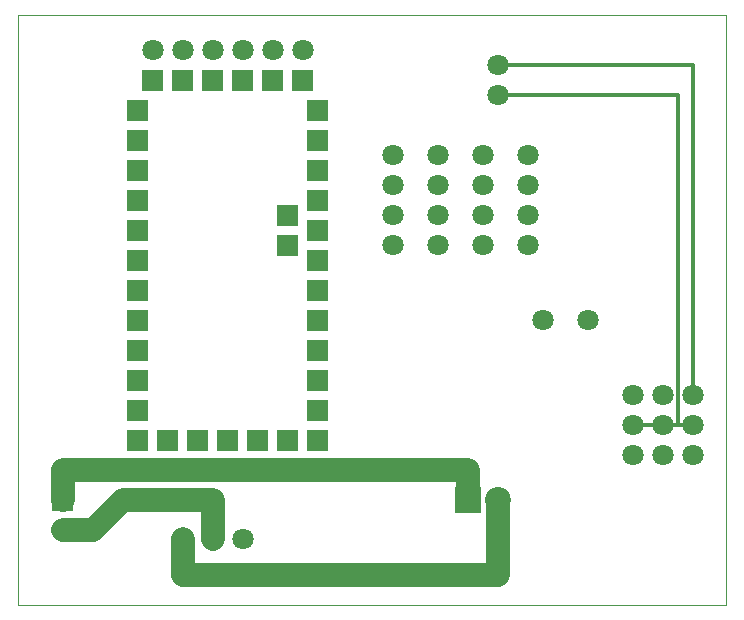
<source format=gbr>
%FSLAX34Y34*%
%MOMM*%
%LNCOPPER_TOP*%
G71*
G01*
%ADD10C, 0.00*%
%ADD11C, 1.80*%
%ADD12C, 2.00*%
%ADD13C, 0.30*%
%ADD14C, 2.20*%
%LPD*%
G54D10*
X0Y500000D02*
X600000Y500000D01*
X600000Y0D01*
X0Y0D01*
X0Y500000D01*
X114300Y469900D02*
G54D11*
D03*
X139700Y469900D02*
G54D11*
D03*
X165100Y469900D02*
G54D11*
D03*
X190500Y469900D02*
G54D11*
D03*
X215900Y469900D02*
G54D11*
D03*
X241300Y469900D02*
G54D11*
D03*
G54D12*
X38100Y88900D02*
X38100Y114300D01*
X381000Y114300D01*
X381000Y88900D01*
G54D12*
X38100Y63500D02*
X63500Y63500D01*
X88900Y88900D01*
X165100Y88900D01*
X165100Y55900D01*
G54D12*
X139700Y55900D02*
X139700Y25400D01*
X406400Y25400D01*
X406400Y88900D01*
G54D13*
X406400Y457200D02*
X571500Y457200D01*
X571500Y177800D01*
G54D13*
X406400Y431800D02*
X558800Y431800D01*
X558800Y152400D01*
X571500Y152400D01*
X406400Y457200D02*
G54D11*
D03*
X406400Y431800D02*
G54D11*
D03*
X406400Y457200D02*
G54D11*
D03*
X406400Y431800D02*
G54D11*
D03*
X571500Y177800D02*
G54D11*
D03*
X571500Y152400D02*
G54D11*
D03*
X38100Y88900D02*
G54D11*
D03*
X38100Y63500D02*
G54D11*
D03*
X139700Y55900D02*
G54D11*
D03*
X165100Y55900D02*
G54D11*
D03*
X190500Y55900D02*
G54D11*
D03*
X431800Y381000D02*
G54D11*
D03*
X431800Y355600D02*
G54D11*
D03*
X431800Y330200D02*
G54D11*
D03*
X431800Y304800D02*
G54D11*
D03*
X444500Y241300D02*
G54D11*
D03*
X482600Y241300D02*
G54D11*
D03*
X393700Y304800D02*
G54D11*
D03*
X393700Y330200D02*
G54D11*
D03*
X393700Y355600D02*
G54D11*
D03*
X393700Y381000D02*
G54D11*
D03*
X355600Y381000D02*
G54D11*
D03*
X355600Y355600D02*
G54D11*
D03*
X355600Y330200D02*
G54D11*
D03*
X355600Y304800D02*
G54D11*
D03*
X317500Y304800D02*
G54D11*
D03*
X317500Y330200D02*
G54D11*
D03*
X317500Y355600D02*
G54D11*
D03*
X317500Y381000D02*
G54D11*
D03*
G36*
X245000Y428100D02*
X263000Y428100D01*
X263000Y410100D01*
X245000Y410100D01*
X245000Y428100D01*
G37*
G36*
X245000Y402700D02*
X263000Y402700D01*
X263000Y384700D01*
X245000Y384700D01*
X245000Y402700D01*
G37*
G36*
X245000Y377300D02*
X263000Y377300D01*
X263000Y359300D01*
X245000Y359300D01*
X245000Y377300D01*
G37*
G36*
X245000Y351900D02*
X263000Y351900D01*
X263000Y333900D01*
X245000Y333900D01*
X245000Y351900D01*
G37*
G36*
X245000Y326500D02*
X263000Y326500D01*
X263000Y308500D01*
X245000Y308500D01*
X245000Y326500D01*
G37*
G36*
X219600Y339200D02*
X237600Y339200D01*
X237600Y321200D01*
X219600Y321200D01*
X219600Y339200D01*
G37*
G36*
X219600Y313800D02*
X237600Y313800D01*
X237600Y295800D01*
X219600Y295800D01*
X219600Y313800D01*
G37*
G36*
X245000Y301100D02*
X263000Y301100D01*
X263000Y283100D01*
X245000Y283100D01*
X245000Y301100D01*
G37*
G36*
X245000Y275700D02*
X263000Y275700D01*
X263000Y257700D01*
X245000Y257700D01*
X245000Y275700D01*
G37*
G36*
X245000Y250300D02*
X263000Y250300D01*
X263000Y232300D01*
X245000Y232300D01*
X245000Y250300D01*
G37*
G36*
X245000Y224900D02*
X263000Y224900D01*
X263000Y206900D01*
X245000Y206900D01*
X245000Y224900D01*
G37*
G36*
X245000Y199500D02*
X263000Y199500D01*
X263000Y181500D01*
X245000Y181500D01*
X245000Y199500D01*
G37*
G36*
X245000Y174100D02*
X263000Y174100D01*
X263000Y156100D01*
X245000Y156100D01*
X245000Y174100D01*
G37*
G36*
X245000Y148700D02*
X263000Y148700D01*
X263000Y130700D01*
X245000Y130700D01*
X245000Y148700D01*
G37*
G36*
X219600Y148700D02*
X237600Y148700D01*
X237600Y130700D01*
X219600Y130700D01*
X219600Y148700D01*
G37*
G36*
X194200Y148700D02*
X212200Y148700D01*
X212200Y130700D01*
X194200Y130700D01*
X194200Y148700D01*
G37*
G36*
X168800Y148700D02*
X186800Y148700D01*
X186800Y130700D01*
X168800Y130700D01*
X168800Y148700D01*
G37*
G36*
X143400Y148700D02*
X161400Y148700D01*
X161400Y130700D01*
X143400Y130700D01*
X143400Y148700D01*
G37*
G36*
X118000Y148700D02*
X136000Y148700D01*
X136000Y130700D01*
X118000Y130700D01*
X118000Y148700D01*
G37*
G36*
X92600Y148700D02*
X110600Y148700D01*
X110600Y130700D01*
X92600Y130700D01*
X92600Y148700D01*
G37*
G36*
X92600Y174100D02*
X110600Y174100D01*
X110600Y156100D01*
X92600Y156100D01*
X92600Y174100D01*
G37*
G36*
X92600Y199500D02*
X110600Y199500D01*
X110600Y181500D01*
X92600Y181500D01*
X92600Y199500D01*
G37*
G36*
X92600Y224900D02*
X110600Y224900D01*
X110600Y206900D01*
X92600Y206900D01*
X92600Y224900D01*
G37*
G36*
X92600Y250300D02*
X110600Y250300D01*
X110600Y232300D01*
X92600Y232300D01*
X92600Y250300D01*
G37*
G36*
X92600Y275700D02*
X110600Y275700D01*
X110600Y257700D01*
X92600Y257700D01*
X92600Y275700D01*
G37*
G36*
X92600Y301100D02*
X110600Y301100D01*
X110600Y283100D01*
X92600Y283100D01*
X92600Y301100D01*
G37*
G36*
X92600Y326500D02*
X110600Y326500D01*
X110600Y308500D01*
X92600Y308500D01*
X92600Y326500D01*
G37*
G36*
X92600Y351900D02*
X110600Y351900D01*
X110600Y333900D01*
X92600Y333900D01*
X92600Y351900D01*
G37*
G36*
X92600Y377300D02*
X110600Y377300D01*
X110600Y359300D01*
X92600Y359300D01*
X92600Y377300D01*
G37*
G36*
X92600Y402700D02*
X110600Y402700D01*
X110600Y384700D01*
X92600Y384700D01*
X92600Y402700D01*
G37*
G36*
X92600Y428100D02*
X110600Y428100D01*
X110600Y410100D01*
X92600Y410100D01*
X92600Y428100D01*
G37*
G36*
X105300Y453500D02*
X123300Y453500D01*
X123300Y435500D01*
X105300Y435500D01*
X105300Y453500D01*
G37*
G36*
X130700Y453500D02*
X148700Y453500D01*
X148700Y435500D01*
X130700Y435500D01*
X130700Y453500D01*
G37*
G36*
X156100Y453500D02*
X174100Y453500D01*
X174100Y435500D01*
X156100Y435500D01*
X156100Y453500D01*
G37*
G36*
X181500Y453500D02*
X199500Y453500D01*
X199500Y435500D01*
X181500Y435500D01*
X181500Y453500D01*
G37*
G36*
X206900Y453500D02*
X224900Y453500D01*
X224900Y435500D01*
X206900Y435500D01*
X206900Y453500D01*
G37*
G36*
X232300Y453500D02*
X250300Y453500D01*
X250300Y435500D01*
X232300Y435500D01*
X232300Y453500D01*
G37*
G36*
X29100Y97900D02*
X47100Y97900D01*
X47100Y79900D01*
X29100Y79900D01*
X29100Y97900D01*
G37*
X571500Y127000D02*
G54D11*
D03*
X546100Y127000D02*
G54D11*
D03*
X546100Y152400D02*
G54D11*
D03*
X546100Y177800D02*
G54D11*
D03*
X520700Y127000D02*
G54D11*
D03*
X520700Y152400D02*
G54D11*
D03*
X520700Y177800D02*
G54D11*
D03*
G36*
X370000Y99900D02*
X392000Y99900D01*
X392000Y77900D01*
X370000Y77900D01*
X370000Y99900D01*
G37*
X406400Y88900D02*
G54D14*
D03*
G54D13*
X520700Y152400D02*
X546100Y152400D01*
X571500Y152400D01*
M02*

</source>
